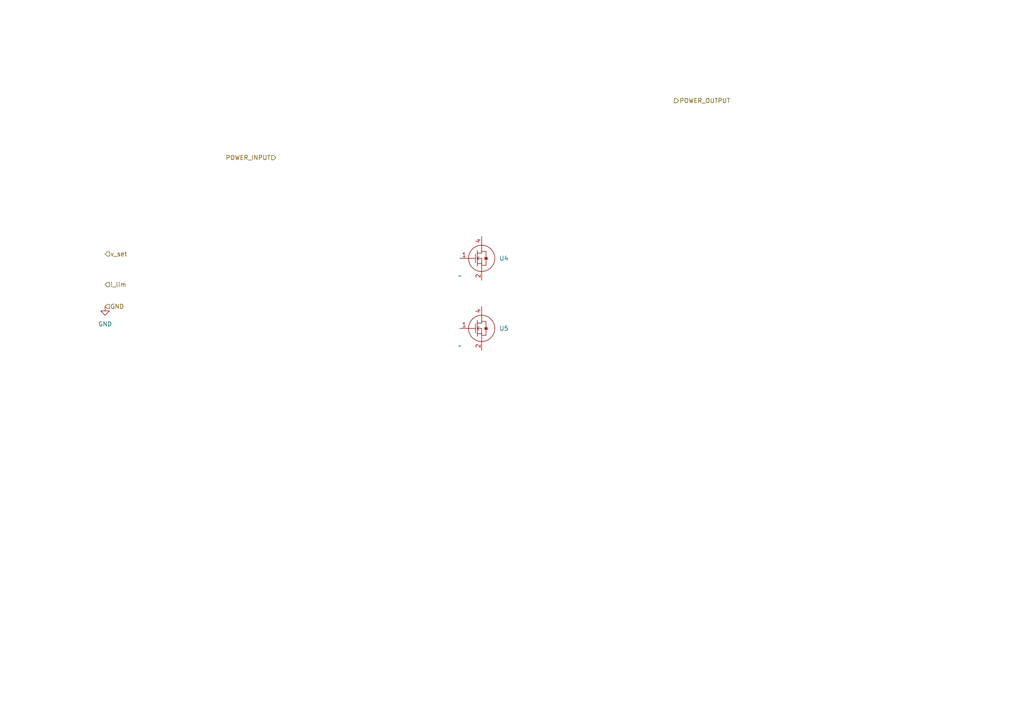
<source format=kicad_sch>
(kicad_sch (version 20230121) (generator eeschema)
  (paper "A4")
  (lib_symbols
    (symbol "my parts:IPB032N10N5"
      (property "Reference" "U" (at 0 0 0))
      (symbol "IPB032N10N5_0_1"
        (polyline (pts (xy 4.572 6.35) (xy 4.572 3.81)))
        (polyline (pts (xy 5.08 7.366) (xy 5.08 2.794)))
        (polyline (pts (xy 6.35 3.556) (xy 5.08 3.556)))
        (polyline (pts (xy 6.35 6.604) (xy 5.08 6.604)))
        (polyline (pts (xy 6.35 6.604) (xy 6.35 8.89)))
        (polyline (pts (xy 2.54 5.08) (xy 4.318 5.08) (xy 4.572 5.08)))
        (polyline (pts (xy 7.62 5.334) (xy 7.62 7.112) (xy 6.35 7.112)))
        (polyline (pts (xy 8.128 5.334) (xy 7.112 5.334) (xy 7.62 5.334)))
        (polyline (pts (xy 6.35 1.27) (xy 6.35 5.08) (xy 5.08 5.08) (xy 5.588 5.588) (xy 5.08 5.08) (xy 5.588 4.572)))
        (polyline (pts (xy 6.35 3.048) (xy 7.62 3.048) (xy 7.62 4.826) (xy 8.128 4.826) (xy 7.62 5.334) (xy 7.112 4.826) (xy 7.62 4.826) (xy 7.62 5.334) (xy 7.874 5.08) (xy 7.62 4.826) (xy 7.366 5.08) (xy 7.366 4.826) (xy 7.874 4.826) (xy 7.874 5.08) (xy 7.366 5.08)))
        (circle (center 6.35 5.08) (radius 3.81))
      )
      (symbol "IPB032N10N5_1_1"
        (pin input line (at 0 5.08 0) (length 2.54) (name "") (number "1"))
        (pin input line (at 6.35 -1.27 90) (length 2.54) (name "") (number "2"))
        (pin input line (at 6.35 -1.27 90) (length 2.54) hide (name "") (number "3"))
        (pin input line (at 6.35 11.43 270) (length 2.54) (name "") (number "4"))
        (pin input line (at 6.35 -1.27 90) (length 2.54) hide (name "") (number "5"))
        (pin input line (at 6.35 -1.27 90) (length 2.54) hide (name "") (number "6"))
        (pin input line (at 6.35 -1.27 90) (length 2.54) hide (name "") (number "7"))
      )
    )
    (symbol "power:GND" (power) (pin_names (offset 0))
      (property "Value" "GND" (at 0 -3.81 0))
      (symbol "GND_0_1"
        (polyline (pts (xy 0 0) (xy 0 -1.27) (xy 1.27 -1.27) (xy 0 -2.54) (xy -1.27 -1.27) (xy 0 -1.27)))
      )
      (symbol "GND_1_1"
        (pin power_in line (at 0 0 270) (length 0) hide (name "GND") (number "1"))
      )
    )
  )
  (hierarchical_label "POWER_INPUT" (shape input) (at 80.01 45.72 180))
  (hierarchical_label "v_set" (shape input) (at 30.48 73.66 0))
  (hierarchical_label "GND" (shape input) (at 30.48 88.9 0))
  (hierarchical_label "POWER_OUTPUT" (shape output) (at 195.58 29.21 0))
  (hierarchical_label "i_lim" (shape input) (at 30.48 82.55 0))
  (symbol (lib_id "power:GND") (at 30.48 88.9 0) (unit 1)
    (property "Reference" "#PWR07" (effects hide))
    (property "Value" "GND" (at 30.48 93.98 0))
  )
  (symbol (lib_id "my parts:IPB032N10N5") (at 133.35 100.33 0) (unit 1)
    (property "Reference" "U5" (at 144.78 95.25 0) (effects (justify left)))
    (property "Value" "~" (at 133.35 100.33 0))
    (property "Footprint" "Package_TO_SOT_SMD:TO-263-6" (effects hide))
  )
  (symbol (lib_id "my parts:IPB032N10N5") (at 133.35 80.01 0) (unit 1)
    (property "Reference" "U4" (at 144.78 74.93 0) (effects (justify left)))
    (property "Value" "~" (at 133.35 80.01 0))
    (property "Footprint" "Package_TO_SOT_SMD:TO-263-6" (effects hide))
  )
)
</source>
